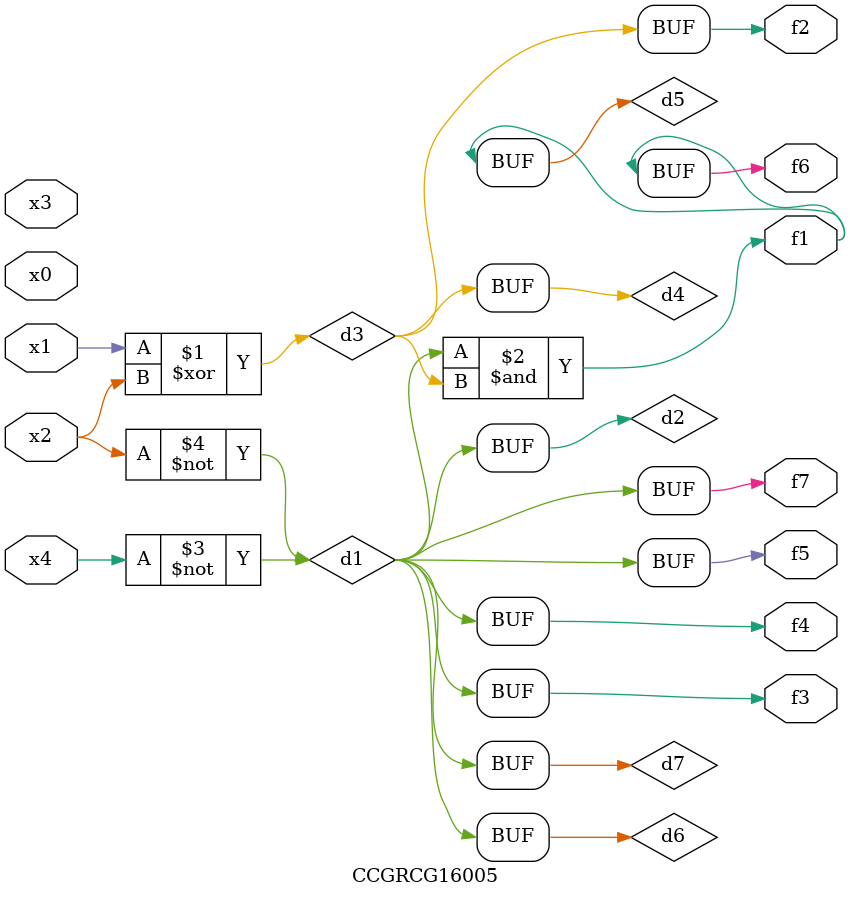
<source format=v>
module CCGRCG16005(
	input x0, x1, x2, x3, x4,
	output f1, f2, f3, f4, f5, f6, f7
);

	wire d1, d2, d3, d4, d5, d6, d7;

	not (d1, x4);
	not (d2, x2);
	xor (d3, x1, x2);
	buf (d4, d3);
	and (d5, d1, d3);
	buf (d6, d1, d2);
	buf (d7, d2);
	assign f1 = d5;
	assign f2 = d4;
	assign f3 = d7;
	assign f4 = d7;
	assign f5 = d7;
	assign f6 = d5;
	assign f7 = d7;
endmodule

</source>
